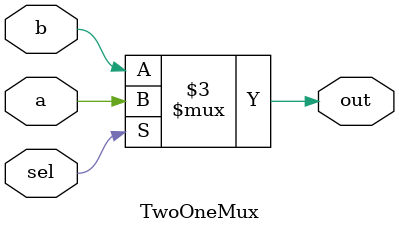
<source format=v>
module TwoOneMux(
    input a,
    input b,
    input sel,
    output out
);
    reg out;
    always @(a or b or sel)
    begin
      if (sel)
        out = a;       
      else
        out = b;
    end
endmodule
</source>
